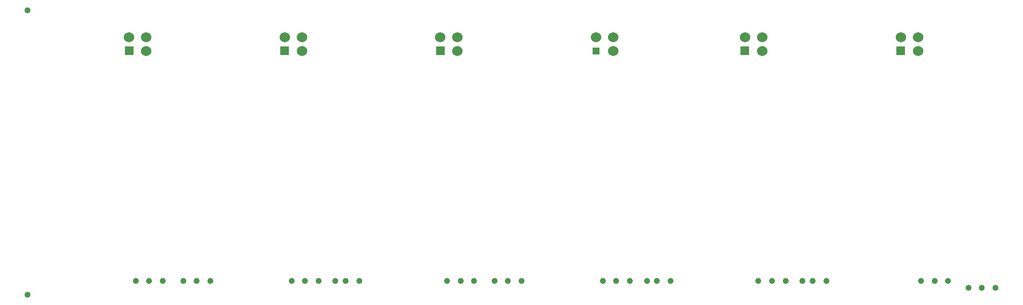
<source format=gbr>
G04 start of page 5 for group 3 idx 3 *
G04 Title: (unknown), signal3 *
G04 Creator: pcb 20140316 *
G04 CreationDate: пт, 03-чер-2016 10:25:04 +0000 UTC *
G04 For: root *
G04 Format: Gerber/RS-274X *
G04 PCB-Dimensions (mm): 170.00 45.05 *
G04 PCB-Coordinate-Origin: lower left *
%MOMM*%
%FSLAX43Y43*%
%LNGROUP3*%
%ADD38C,2.286*%
%ADD37C,0.711*%
%ADD36C,0.508*%
%ADD35C,0.914*%
%ADD34C,1.524*%
%ADD33C,0.002*%
G54D33*G36*
X141365Y37683D02*Y36413D01*
X142635D01*
Y37683D01*
X141365D01*
G37*
G54D34*X144540Y37048D03*
Y39080D03*
X142000D03*
X99540Y37048D03*
Y39080D03*
G54D33*G36*
X118365Y37683D02*Y36413D01*
X119635D01*
Y37683D01*
X118365D01*
G37*
G54D34*X121540Y37048D03*
Y39080D03*
X119000D03*
G54D33*G36*
X73365Y37683D02*Y36413D01*
X74635D01*
Y37683D01*
X73365D01*
G37*
G36*
X50365D02*Y36413D01*
X51635D01*
Y37683D01*
X50365D01*
G37*
G54D34*X53540Y37048D03*
Y39080D03*
X51000D03*
X76540Y37048D03*
G54D33*G36*
X96492Y37556D02*Y36540D01*
X97508D01*
Y37556D01*
X96492D01*
G37*
G54D34*X97000Y39080D03*
X76540D03*
X74000D03*
G54D33*G36*
X27365Y37683D02*Y36413D01*
X28635D01*
Y37683D01*
X27365D01*
G37*
G54D34*X30540Y37048D03*
Y39080D03*
X28000D03*
G54D35*X82000Y3048D03*
X75000D03*
X86000D03*
X84000D03*
X79000D03*
X77000D03*
X121000D03*
X123000D03*
X125000D03*
X127500D03*
X129000D03*
X131000D03*
X145000D03*
X147000D03*
X149000D03*
X152000Y2048D03*
X154000D03*
X156000D03*
X98000Y3048D03*
X104500D03*
X106000D03*
X108000D03*
X100000D03*
X102000D03*
X62000D03*
X60000D03*
X52000D03*
X58500D03*
X54000D03*
X56000D03*
X13000Y1048D03*
Y43048D03*
X29000Y3048D03*
X36000D03*
X40000D03*
X38000D03*
X31000D03*
X33000D03*
G54D36*G54D37*G54D38*G54D37*G54D38*G54D37*G54D38*G54D37*G54D38*M02*

</source>
